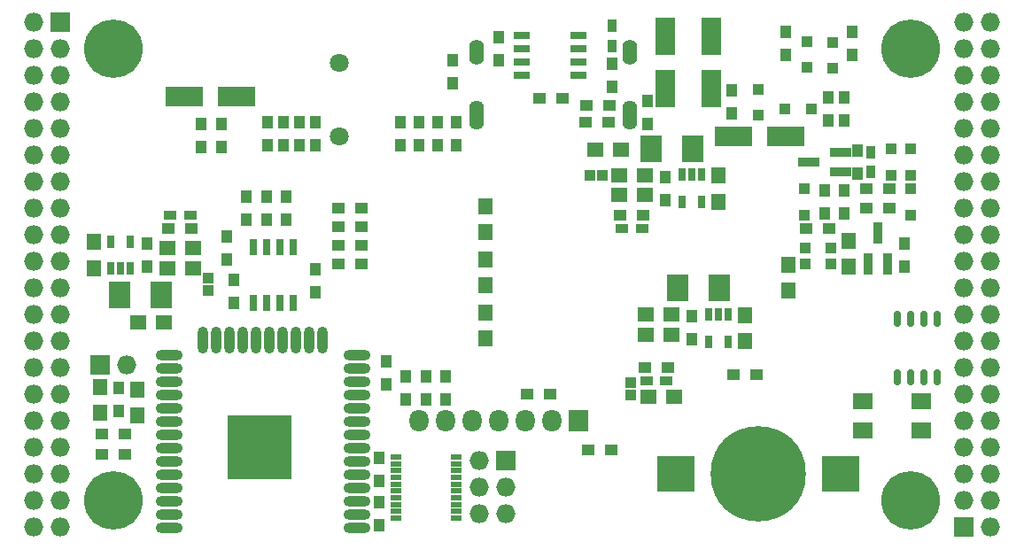
<source format=gbs>
G04 #@! TF.FileFunction,Soldermask,Bot*
%FSLAX46Y46*%
G04 Gerber Fmt 4.6, Leading zero omitted, Abs format (unit mm)*
G04 Created by KiCad (PCBNEW 4.0.7+dfsg1-1) date Sun Nov 12 10:56:11 2017*
%MOMM*%
%LPD*%
G01*
G04 APERTURE LIST*
%ADD10C,0.100000*%
%ADD11R,1.000000X1.300000*%
%ADD12R,1.100000X1.100000*%
%ADD13O,2.600000X1.000000*%
%ADD14O,1.000000X2.600000*%
%ADD15R,6.100000X6.100000*%
%ADD16R,1.900000X3.600000*%
%ADD17R,2.100000X2.600000*%
%ADD18R,0.800000X1.300000*%
%ADD19R,1.350000X1.600000*%
%ADD20R,1.600000X1.350000*%
%ADD21O,0.709600X1.573200*%
%ADD22R,0.900000X2.000000*%
%ADD23R,2.000000X0.900000*%
%ADD24R,1.300000X0.850000*%
%ADD25R,0.850000X1.300000*%
%ADD26R,1.300000X1.000000*%
%ADD27R,0.700000X1.650000*%
%ADD28R,1.650000X0.700000*%
%ADD29R,1.827200X1.827200*%
%ADD30O,1.827200X1.827200*%
%ADD31C,5.600000*%
%ADD32R,1.100000X0.500000*%
%ADD33R,1.827200X2.132000*%
%ADD34O,1.827200X2.132000*%
%ADD35C,1.800000*%
%ADD36O,1.400000X2.800000*%
%ADD37O,1.400000X2.400000*%
%ADD38R,1.900000X1.500000*%
%ADD39R,3.600000X1.900000*%
%ADD40R,3.600000X3.400000*%
%ADD41C,9.100000*%
G04 APERTURE END LIST*
D10*
D11*
X103498000Y-99858000D03*
X103498000Y-97658000D03*
D12*
X152393000Y-97142000D03*
X152393000Y-98342000D03*
D13*
X126260434Y-111030338D03*
X126260434Y-109760338D03*
X126260434Y-108490338D03*
X126260434Y-107220338D03*
X126260434Y-105950338D03*
X126260434Y-104680338D03*
X126260434Y-103410338D03*
X126260434Y-102140338D03*
X126260434Y-100870338D03*
X126260434Y-99600338D03*
X126260434Y-98330338D03*
X126260434Y-97060338D03*
X126260434Y-95790338D03*
X126260434Y-94520338D03*
D14*
X122975434Y-93030338D03*
X121705434Y-93030338D03*
X120435434Y-93030338D03*
X119165434Y-93030338D03*
X117895434Y-93030338D03*
X116625434Y-93030338D03*
X115355434Y-93030338D03*
X114085434Y-93030338D03*
X112815434Y-93030338D03*
X111545434Y-93030338D03*
D13*
X108260434Y-94520338D03*
X108260434Y-95790338D03*
X108260434Y-97060338D03*
X108260434Y-98330338D03*
X108260434Y-99600338D03*
X108260434Y-100870338D03*
X108260434Y-102140338D03*
X108260434Y-103410338D03*
X108260434Y-104680338D03*
X108260434Y-105950338D03*
X108260434Y-107220338D03*
X108260434Y-108490338D03*
X108260434Y-109760338D03*
X108260434Y-111030338D03*
D15*
X116960434Y-103330338D03*
D16*
X155695000Y-69000000D03*
X155695000Y-64000000D03*
D11*
X154044000Y-72426000D03*
X154044000Y-70226000D03*
D17*
X160870000Y-88090000D03*
X156870000Y-88090000D03*
D18*
X159825000Y-90600000D03*
X160775000Y-90600000D03*
X161725000Y-90600000D03*
X161725000Y-93200000D03*
X159825000Y-93200000D03*
D17*
X158330000Y-74755000D03*
X154330000Y-74755000D03*
D18*
X157285000Y-77235000D03*
X158235000Y-77235000D03*
X159185000Y-77235000D03*
X159185000Y-79835000D03*
X157285000Y-79835000D03*
D17*
X103530000Y-88725000D03*
X107530000Y-88725000D03*
D18*
X104575000Y-86215000D03*
X103625000Y-86215000D03*
X102675000Y-86215000D03*
X102675000Y-83615000D03*
X104575000Y-83615000D03*
D19*
X101085000Y-83665000D03*
X101085000Y-86165000D03*
D20*
X153810000Y-90630000D03*
X156310000Y-90630000D03*
X153810000Y-92535000D03*
X156310000Y-92535000D03*
D19*
X163315000Y-93150000D03*
X163315000Y-90650000D03*
D20*
X151270000Y-79200000D03*
X153770000Y-79200000D03*
X151270000Y-77295000D03*
X153770000Y-77295000D03*
D19*
X160775000Y-79815000D03*
X160775000Y-77315000D03*
D20*
X110590000Y-84280000D03*
X108090000Y-84280000D03*
X110590000Y-86185000D03*
X108090000Y-86185000D03*
D21*
X181730000Y-96599000D03*
X180460000Y-96599000D03*
X179190000Y-96599000D03*
X177920000Y-96599000D03*
X177920000Y-91011000D03*
X179190000Y-91011000D03*
X180460000Y-91011000D03*
X181730000Y-91011000D03*
D19*
X173221000Y-86038000D03*
X173221000Y-83538000D03*
D22*
X176965000Y-85780000D03*
X175065000Y-85780000D03*
X176015000Y-82780000D03*
D23*
X172435000Y-75075000D03*
X172435000Y-76975000D03*
X169435000Y-76025000D03*
D24*
X153910000Y-96910000D03*
X155810000Y-96910000D03*
X151570000Y-82375000D03*
X153470000Y-82375000D03*
X110290000Y-81105000D03*
X108390000Y-81105000D03*
D25*
X175380000Y-75075000D03*
X175380000Y-76975000D03*
D26*
X169200000Y-82375000D03*
X171400000Y-82375000D03*
D11*
X172840000Y-80935000D03*
X172840000Y-78735000D03*
D26*
X177115000Y-80470000D03*
X174915000Y-80470000D03*
D11*
X174110000Y-74925000D03*
X174110000Y-77125000D03*
X178555000Y-83815000D03*
X178555000Y-86015000D03*
X113785000Y-83180000D03*
X113785000Y-85380000D03*
X170935000Y-80935000D03*
X170935000Y-78735000D03*
X128390000Y-108580000D03*
X128390000Y-110780000D03*
D26*
X150572000Y-103584000D03*
X148372000Y-103584000D03*
X177115000Y-78565000D03*
X174915000Y-78565000D03*
X153760000Y-95640000D03*
X155960000Y-95640000D03*
X110440000Y-82375000D03*
X108240000Y-82375000D03*
X151420000Y-81105000D03*
X153620000Y-81105000D03*
D11*
X158235000Y-90800000D03*
X158235000Y-93000000D03*
X106165000Y-86015000D03*
X106165000Y-83815000D03*
X155695000Y-77465000D03*
X155695000Y-79665000D03*
D26*
X126696000Y-85804000D03*
X124496000Y-85804000D03*
X126696000Y-84026000D03*
X124496000Y-84026000D03*
X126696000Y-82248000D03*
X124496000Y-82248000D03*
X126696000Y-80470000D03*
X124496000Y-80470000D03*
D11*
X130422000Y-74458000D03*
X130422000Y-72258000D03*
X132200000Y-74458000D03*
X132200000Y-72258000D03*
X133978000Y-74458000D03*
X133978000Y-72258000D03*
X135756000Y-74458000D03*
X135756000Y-72258000D03*
D27*
X116325000Y-84120000D03*
X117595000Y-84120000D03*
X118865000Y-84120000D03*
X120135000Y-84120000D03*
X120135000Y-89520000D03*
X118865000Y-89520000D03*
X117595000Y-89520000D03*
X116325000Y-89520000D03*
D25*
X150589600Y-64910000D03*
X150589600Y-63010000D03*
D28*
X141980000Y-67705000D03*
X141980000Y-66435000D03*
X141980000Y-65165000D03*
X141980000Y-63895000D03*
X147380000Y-63895000D03*
X147380000Y-65165000D03*
X147380000Y-66435000D03*
X147380000Y-67705000D03*
D29*
X97910000Y-62690000D03*
D30*
X95370000Y-62690000D03*
X97910000Y-65230000D03*
X95370000Y-65230000D03*
X97910000Y-67770000D03*
X95370000Y-67770000D03*
X97910000Y-70310000D03*
X95370000Y-70310000D03*
X97910000Y-72850000D03*
X95370000Y-72850000D03*
X97910000Y-75390000D03*
X95370000Y-75390000D03*
X97910000Y-77930000D03*
X95370000Y-77930000D03*
X97910000Y-80470000D03*
X95370000Y-80470000D03*
X97910000Y-83010000D03*
X95370000Y-83010000D03*
X97910000Y-85550000D03*
X95370000Y-85550000D03*
X97910000Y-88090000D03*
X95370000Y-88090000D03*
X97910000Y-90630000D03*
X95370000Y-90630000D03*
X97910000Y-93170000D03*
X95370000Y-93170000D03*
X97910000Y-95710000D03*
X95370000Y-95710000D03*
X97910000Y-98250000D03*
X95370000Y-98250000D03*
X97910000Y-100790000D03*
X95370000Y-100790000D03*
X97910000Y-103330000D03*
X95370000Y-103330000D03*
X97910000Y-105870000D03*
X95370000Y-105870000D03*
X97910000Y-108410000D03*
X95370000Y-108410000D03*
X97910000Y-110950000D03*
X95370000Y-110950000D03*
D29*
X184270000Y-110950000D03*
D30*
X186810000Y-110950000D03*
X184270000Y-108410000D03*
X186810000Y-108410000D03*
X184270000Y-105870000D03*
X186810000Y-105870000D03*
X184270000Y-103330000D03*
X186810000Y-103330000D03*
X184270000Y-100790000D03*
X186810000Y-100790000D03*
X184270000Y-98250000D03*
X186810000Y-98250000D03*
X184270000Y-95710000D03*
X186810000Y-95710000D03*
X184270000Y-93170000D03*
X186810000Y-93170000D03*
X184270000Y-90630000D03*
X186810000Y-90630000D03*
X184270000Y-88090000D03*
X186810000Y-88090000D03*
X184270000Y-85550000D03*
X186810000Y-85550000D03*
X184270000Y-83010000D03*
X186810000Y-83010000D03*
X184270000Y-80470000D03*
X186810000Y-80470000D03*
X184270000Y-77930000D03*
X186810000Y-77930000D03*
X184270000Y-75390000D03*
X186810000Y-75390000D03*
X184270000Y-72850000D03*
X186810000Y-72850000D03*
X184270000Y-70310000D03*
X186810000Y-70310000D03*
X184270000Y-67770000D03*
X186810000Y-67770000D03*
X184270000Y-65230000D03*
X186810000Y-65230000D03*
X184270000Y-62690000D03*
X186810000Y-62690000D03*
D31*
X102990000Y-108410000D03*
X179190000Y-108410000D03*
X179190000Y-65230000D03*
X102990000Y-65230000D03*
D11*
X162045000Y-71410000D03*
X162045000Y-69210000D03*
X139820000Y-66330000D03*
X139820000Y-64130000D03*
X135375000Y-68532000D03*
X135375000Y-66332000D03*
X150615000Y-68870000D03*
X150615000Y-66670000D03*
D26*
X150275000Y-72215000D03*
X148075000Y-72215000D03*
X150380000Y-70600000D03*
X148180000Y-70600000D03*
D32*
X135735000Y-104215000D03*
X135735000Y-104865000D03*
X135735000Y-105515000D03*
X135735000Y-106165000D03*
X135735000Y-106815000D03*
X135735000Y-107465000D03*
X135735000Y-108115000D03*
X135735000Y-108765000D03*
X135735000Y-109415000D03*
X135735000Y-110065000D03*
X129935000Y-110065000D03*
X129935000Y-109415000D03*
X129935000Y-108765000D03*
X129935000Y-108115000D03*
X129935000Y-107465000D03*
X129935000Y-106815000D03*
X129935000Y-106165000D03*
X129935000Y-105515000D03*
X129935000Y-104865000D03*
X129935000Y-104215000D03*
D11*
X119500000Y-79370000D03*
X119500000Y-81570000D03*
X114480000Y-89500000D03*
X114480000Y-87300000D03*
X129025000Y-97275000D03*
X129025000Y-95075000D03*
X117595000Y-79370000D03*
X117595000Y-81570000D03*
X122280000Y-86300000D03*
X122280000Y-88500000D03*
X115690000Y-79370000D03*
X115690000Y-81570000D03*
D26*
X144730000Y-98250000D03*
X142530000Y-98250000D03*
D11*
X132835000Y-98715000D03*
X132835000Y-96515000D03*
X130930000Y-98715000D03*
X130930000Y-96515000D03*
D26*
X101890000Y-103965000D03*
X104090000Y-103965000D03*
D29*
X101720000Y-95456000D03*
D30*
X104260000Y-95456000D03*
D26*
X104090000Y-102060000D03*
X101890000Y-102060000D03*
D19*
X167506000Y-88324000D03*
X167506000Y-85824000D03*
D26*
X164415000Y-96345000D03*
X162215000Y-96345000D03*
D11*
X167252000Y-65822000D03*
X167252000Y-63622000D03*
D29*
X140455000Y-104600000D03*
D30*
X137915000Y-104600000D03*
X140455000Y-107140000D03*
X137915000Y-107140000D03*
X140455000Y-109680000D03*
X137915000Y-109680000D03*
D19*
X138550000Y-90396000D03*
X138550000Y-92896000D03*
X138550000Y-82736000D03*
X138550000Y-80236000D03*
X138550000Y-85316000D03*
X138550000Y-87816000D03*
X101720000Y-97508000D03*
X101720000Y-100008000D03*
D11*
X113277000Y-74585000D03*
X113277000Y-72385000D03*
X111372000Y-74585000D03*
X111372000Y-72385000D03*
X172840000Y-72045000D03*
X172840000Y-69845000D03*
X171316000Y-72045000D03*
X171316000Y-69845000D03*
D33*
X147440000Y-100790000D03*
D34*
X144900000Y-100790000D03*
X142360000Y-100790000D03*
X139820000Y-100790000D03*
X137280000Y-100790000D03*
X134740000Y-100790000D03*
X132200000Y-100790000D03*
D35*
X124580000Y-66540000D03*
X124580000Y-73540000D03*
D36*
X152280000Y-71550000D03*
X137680000Y-71550000D03*
D37*
X137680000Y-65500000D03*
X152280000Y-65500000D03*
D38*
X180212000Y-98882000D03*
X174612000Y-98882000D03*
X174612000Y-101682000D03*
X180212000Y-101682000D03*
D19*
X105276000Y-100262000D03*
X105276000Y-97762000D03*
D39*
X109761000Y-69802000D03*
X114761000Y-69802000D03*
X167212000Y-73612000D03*
X162212000Y-73612000D03*
D16*
X160140000Y-64000000D03*
X160140000Y-69000000D03*
D20*
X154064000Y-98504000D03*
X156564000Y-98504000D03*
X107796000Y-91392000D03*
X105296000Y-91392000D03*
X151484000Y-74882000D03*
X148984000Y-74882000D03*
D11*
X173602000Y-65822000D03*
X173602000Y-63622000D03*
X134740000Y-96515000D03*
X134740000Y-98715000D03*
D40*
X172485000Y-105870000D03*
X156685000Y-105870000D03*
D41*
X164585000Y-105870000D03*
D12*
X169284000Y-66988000D03*
X169284000Y-64488000D03*
X171697000Y-67081000D03*
X171697000Y-64581000D03*
X169050000Y-84280000D03*
X171550000Y-84280000D03*
X179190000Y-81085000D03*
X179190000Y-78585000D03*
X169030000Y-81085000D03*
X169030000Y-78585000D03*
X171550000Y-85804000D03*
X169050000Y-85804000D03*
X179190000Y-77275000D03*
X179190000Y-74775000D03*
X177285000Y-74775000D03*
X177285000Y-77275000D03*
X167145000Y-70945000D03*
X169645000Y-70945000D03*
X164585000Y-69060000D03*
X164585000Y-71560000D03*
X112007000Y-87109000D03*
X112007000Y-88309000D03*
X149691000Y-77295000D03*
X148491000Y-77295000D03*
D11*
X128390000Y-106546000D03*
X128390000Y-104346000D03*
X117722000Y-74458000D03*
X117722000Y-72258000D03*
X119246000Y-74458000D03*
X119246000Y-72258000D03*
X120770000Y-74458000D03*
X120770000Y-72258000D03*
X122294000Y-74458000D03*
X122294000Y-72258000D03*
D26*
X145880000Y-69900000D03*
X143680000Y-69900000D03*
M02*

</source>
